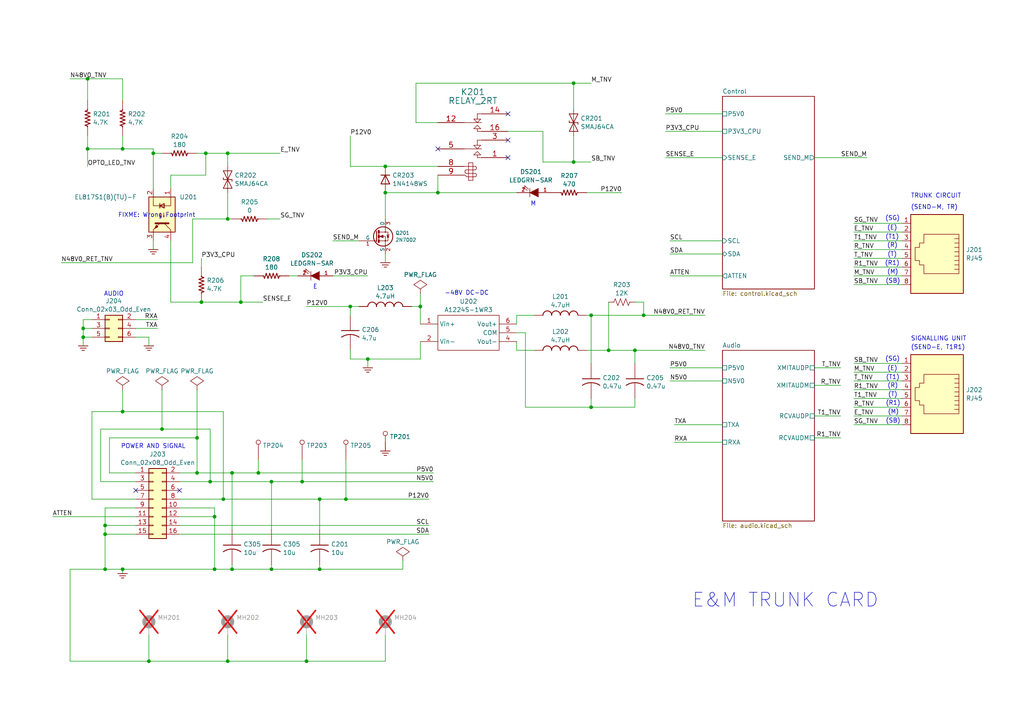
<source format=kicad_sch>
(kicad_sch (version 20231120) (generator "eeschema") (generator_version "8.0")
  (paper "A4")
  (title_block (date "2024-03-23") (rev "A"))
  (lib_symbols
    (symbol "Connector:8P8C" (pin_names (offset 1.016))
      (property "Reference" "J" (at -5.08 13.97 0))
      (property "Value" "8P8C" (at 2.54 13.97 0))
      (symbol "8P8C_1_1"
        (pin passive line (at 10.16 -7.62 180) (length 2.54) (name "~") (number "1"))
        (pin passive line (at 10.16 -5.08 180) (length 2.54) (name "~") (number "2"))
        (pin passive line (at 10.16 -2.54 180) (length 2.54) (name "~") (number "3"))
        (pin passive line (at 10.16 0 180) (length 2.54) (name "~") (number "4"))
        (pin passive line (at 10.16 2.54 180) (length 2.54) (name "~") (number "5"))
        (pin passive line (at 10.16 5.08 180) (length 2.54) (name "~") (number "6"))
        (pin passive line (at 10.16 7.62 180) (length 2.54) (name "~") (number "7"))
        (pin passive line (at 10.16 10.16 180) (length 2.54) (name "~") (number "8"))
      )
    )
    (symbol "Connector_Generic:Conn_02x03_Odd_Even" (pin_names (offset 1.016) hide)
      (property "Reference" "J" (at 1.27 5.08 0))
      (property "Value" "Conn_02x03_Odd_Even" (at 1.27 -5.08 0))
      (symbol "Conn_02x03_Odd_Even_1_1"
        (pin passive line (at -5.08 2.54 0) (length 3.81) (name "Pin_1") (number "1"))
        (pin passive line (at 7.62 2.54 180) (length 3.81) (name "Pin_2") (number "2"))
        (pin passive line (at -5.08 0 0) (length 3.81) (name "Pin_3") (number "3"))
        (pin passive line (at 7.62 0 180) (length 3.81) (name "Pin_4") (number "4"))
        (pin passive line (at -5.08 -2.54 0) (length 3.81) (name "Pin_5") (number "5"))
        (pin passive line (at 7.62 -2.54 180) (length 3.81) (name "Pin_6") (number "6"))
      )
    )
    (symbol "Connector_Generic:Conn_02x08_Odd_Even" (pin_names (offset 1.016) hide)
      (property "Reference" "J" (at 1.27 10.16 0))
      (property "Value" "Conn_02x08_Odd_Even" (at 1.27 -12.7 0))
      (symbol "Conn_02x08_Odd_Even_1_1"
        (pin passive line (at -5.08 7.62 0) (length 3.81) (name "Pin_1") (number "1"))
        (pin passive line (at 7.62 -2.54 180) (length 3.81) (name "Pin_10") (number "10"))
        (pin passive line (at -5.08 -5.08 0) (length 3.81) (name "Pin_11") (number "11"))
        (pin passive line (at 7.62 -5.08 180) (length 3.81) (name "Pin_12") (number "12"))
        (pin passive line (at -5.08 -7.62 0) (length 3.81) (name "Pin_13") (number "13"))
        (pin passive line (at 7.62 -7.62 180) (length 3.81) (name "Pin_14") (number "14"))
        (pin passive line (at -5.08 -10.16 0) (length 3.81) (name "Pin_15") (number "15"))
        (pin passive line (at 7.62 -10.16 180) (length 3.81) (name "Pin_16") (number "16"))
        (pin passive line (at 7.62 7.62 180) (length 3.81) (name "Pin_2") (number "2"))
        (pin passive line (at -5.08 5.08 0) (length 3.81) (name "Pin_3") (number "3"))
        (pin passive line (at 7.62 5.08 180) (length 3.81) (name "Pin_4") (number "4"))
        (pin passive line (at -5.08 2.54 0) (length 3.81) (name "Pin_5") (number "5"))
        (pin passive line (at 7.62 2.54 180) (length 3.81) (name "Pin_6") (number "6"))
        (pin passive line (at -5.08 0 0) (length 3.81) (name "Pin_7") (number "7"))
        (pin passive line (at 7.62 0 180) (length 3.81) (name "Pin_8") (number "8"))
        (pin passive line (at -5.08 -2.54 0) (length 3.81) (name "Pin_9") (number "9"))
      )
    )
    (symbol "Device:R_US" (pin_numbers hide) (pin_names (offset 0))
      (property "Reference" "R" (at 2.54 0 90))
      (property "Value" "R_US" (at -2.54 0 90))
      (symbol "R_US_1_1"
        (pin passive line (at 0 3.81 270) (length 1.27) (name "~") (number "1"))
        (pin passive line (at 0 -3.81 90) (length 1.27) (name "~") (number "2"))
      )
    )
    (symbol "Diode:1N4148WS" (pin_numbers hide) (pin_names hide)
      (property "Reference" "D" (at 0 2.54 0))
      (property "Value" "1N4148WS" (at 0 -2.54 0))
      (symbol "1N4148WS_1_1"
        (pin passive line (at -3.81 0 0) (length 2.54) (name "K") (number "1"))
        (pin passive line (at 3.81 0 180) (length 2.54) (name "A") (number "2"))
      )
    )
    (symbol "Diode:SMAJ64CA" (pin_numbers hide) (pin_names (offset 1.016) hide)
      (property "Reference" "D" (at 0 2.54 0))
      (property "Value" "SMAJ64CA" (at 0 -2.54 0))
      (symbol "SMAJ64CA_1_1"
        (pin passive line (at -3.81 0 0) (length 2.54) (name "A1") (number "1"))
        (pin passive line (at 3.81 0 180) (length 2.54) (name "A2") (number "2"))
      )
    )
    (symbol "Isolator:EL817" (pin_names (offset 1.016))
      (property "Reference" "U" (at -5.08 5.08 0))
      (property "Value" "EL817" (at 0 5.08 0))
      (symbol "EL817_1_1"
        (pin passive line (at -7.62 2.54 0) (length 2.54) (name "~") (number "1"))
        (pin passive line (at -7.62 -2.54 0) (length 2.54) (name "~") (number "2"))
        (pin passive line (at 7.62 -2.54 180) (length 2.54) (name "~") (number "3"))
        (pin passive line (at 7.62 2.54 180) (length 2.54) (name "~") (number "4"))
      )
    )
    (symbol "Mechanical:MountingHole_Pad" (pin_numbers hide) (pin_names (offset 1.016) hide)
      (property "Reference" "H" (at 0 6.35 0))
      (property "Value" "MountingHole_Pad" (at 0 4.445 0))
      (symbol "MountingHole_Pad_1_1"
        (pin input line (at 0 -2.54 90) (length 2.54) (name "1") (number "1"))
      )
    )
    (symbol "custom:2N7002" (pin_names (offset 0))
      (property "Reference" "Q" (at 0 -3.7846 0))
      (property "Value" "2N7002" (at 0 3.81 0))
      (symbol "2N7002_1_1"
        (pin passive line (at -5.08 -1.27 0) (length 5.08) (name "G") (number "1"))
        (pin passive line (at 2.54 -5.08 90) (length 2.54) (name "S") (number "2"))
        (pin passive line (at 2.54 5.08 270) (length 2.54) (name "D") (number "3"))
      )
    )
    (symbol "custom:A1224S-1WR3"
      (property "Reference" "U" (at 0 8.128 0))
      (property "Value" "A1224S-1WR3" (at -0.254 6.096 0))
      (symbol "A1224S-1WR3_1_1"
        (pin power_in line (at -13.97 2.54 0) (length 5.08) (name "Vin+") (number "1"))
        (pin power_in line (at -13.97 -2.54 0) (length 5.08) (name "Vin-") (number "2"))
        (pin power_out line (at 13.97 -2.54 180) (length 5.08) (name "Vout-") (number "4"))
        (pin power_out line (at 13.97 0 180) (length 5.08) (name "COM") (number "5"))
        (pin power_out line (at 13.97 2.54 180) (length 5.08) (name "Vout+") (number "6"))
      )
    )
    (symbol "custom:C_US_0603_100NF_HS_800063-104" (pin_numbers hide) (pin_names (offset 0.254) hide)
      (property "Reference" "C" (at 1.27 2.54 0))
      (property "Value" "C_US_0603_100NF_HS_800063-104" (at 1.27 -2.54 0))
      (symbol "C_US_0603_100NF_HS_800063-104_1_1"
        (pin passive line (at 0 5.08 270) (length 4.445) (name "~") (number "1"))
        (pin passive line (at 0 -5.08 90) (length 4.445) (name "~") (number "2"))
      )
    )
    (symbol "custom:GND" (power) (pin_names (offset 0))
      (symbol "GND_1_1"
        (pin power_in line (at 0 0 90) (length 0) hide (name "GND") (number "1"))
      )
    )
    (symbol "custom:LEDGRN-SAR" (pin_names (offset 1.016) hide)
      (property "Reference" "DS" (at 0 2.54 0))
      (property "Value" "LEDGRN-SAR" (at 0 -2.54 0))
      (symbol "LEDGRN-SAR_1_1"
        (pin passive line (at -5.08 0 0) (length 3.81) (name "A") (number "1"))
        (pin passive line (at 5.08 0 180) (length 3.81) (name "K") (number "2"))
      )
    )
    (symbol "custom:L_US" (pin_numbers hide) (pin_names (offset 1.016) hide)
      (property "Reference" "L" (at -1.27 0 90))
      (property "Value" "L_US" (at 2.54 0 90))
      (symbol "L_US_1_1"
        (pin passive line (at 0 7.62 270) (length 2.54) (name "1") (number "1"))
        (pin passive line (at 0 -7.62 90) (length 2.54) (name "2") (number "2"))
      )
    )
    (symbol "custom:PWR_FLAG" (power) (pin_numbers hide) (pin_names (offset 0) hide)
      (property "Value" "PWR_FLAG" (at 0 4.572 0))
      (symbol "PWR_FLAG_0_0"
        (pin power_out line (at 0 0 90) (length 0) (name "pwr") (number "1"))
      )
    )
    (symbol "custom:RELAY_2RT" (pin_names (offset 1.016) hide)
      (property "Reference" "K" (at -1.27 10.16 0))
      (property "Value" "RELAY_2RT" (at 3.81 -12.7 0))
      (symbol "RELAY_2RT_1_1"
        (pin passive line (at 10.16 -3.81 180) (length 7.62) (name "T1") (number "1"))
        (pin passive line (at -10.16 6.35 0) (length 7.62) (name "C2") (number "12"))
        (pin passive line (at 10.16 8.89 180) (length 7.62) (name "R2") (number "14"))
        (pin passive line (at 10.16 3.81 180) (length 7.62) (name "T2") (number "16"))
        (pin passive line (at 10.16 1.27 180) (length 7.62) (name "R1") (number "3"))
        (pin passive line (at -10.16 -1.27 0) (length 7.62) (name "C1") (number "5"))
        (pin input line (at -10.16 -6.35 0) (length 7.62) (name "8") (number "8"))
        (pin input line (at -10.16 -8.89 0) (length 7.62) (name "9") (number "9"))
      )
    )
    (symbol "custom:R_US" (pin_numbers hide) (pin_names (offset 1.016) hide)
      (property "Reference" "R" (at 2.032 0 90))
      (property "Value" "R_US" (at -2.032 0 90))
      (symbol "R_US_1_1"
        (pin passive line (at 0 5.08 270) (length 2.54) (name "~") (number "1"))
        (pin passive line (at 0 -5.08 90) (length 2.54) (name "~") (number "2"))
      )
    )
    (symbol "custom:TESTPINTPSQ025" (pin_numbers hide) (pin_names (offset 1.016) hide)
      (property "Reference" "TP" (at -1.27 1.27 0))
      (symbol "TESTPINTPSQ025_1_1"
        (pin passive line (at 0 -5.08 90) (length 2.54) (name "TP") (number "1"))
      )
    )
  )
  (junction (at 176.53 101.6))
  (junction (at 66.04 191.77))
  (junction (at 25.4 43.18))
  (junction (at 100.33 144.78))
  (junction (at 66.04 63.5))
  (junction (at 111.76 55.88))
  (junction (at 101.6 88.9))
  (junction (at 59.69 44.45))
  (junction (at 57.15 137.16))
  (junction (at 106.68 104.14))
  (junction (at 78.74 139.7))
  (junction (at 74.93 137.16))
  (junction (at 69.85 87.63))
  (junction (at 92.71 144.78))
  (junction (at 62.23 149.86))
  (junction (at 25.4 22.86))
  (junction (at 67.31 165.1))
  (junction (at 30.48 152.4))
  (junction (at 87.63 139.7))
  (junction (at 78.74 165.1))
  (junction (at 24.13 97.79))
  (junction (at 35.56 43.18))
  (junction (at 66.04 44.45))
  (junction (at 166.37 46.99))
  (junction (at 171.45 118.11))
  (junction (at 166.37 24.13))
  (junction (at 58.42 87.63))
  (junction (at 46.99 124.46))
  (junction (at 24.13 95.25))
  (junction (at 121.92 88.9))
  (junction (at 127 55.88))
  (junction (at 44.45 44.45))
  (junction (at 57.15 127))
  (junction (at 30.48 154.94))
  (junction (at 64.77 144.78))
  (junction (at 111.76 48.26))
  (junction (at 62.23 165.1))
  (junction (at 60.96 139.7))
  (junction (at 43.18 191.77))
  (junction (at 30.48 165.1))
  (junction (at 171.45 91.44))
  (junction (at 67.31 137.16))
  (junction (at 184.15 101.6))
  (junction (at 186.69 91.44))
  (junction (at 92.71 165.1))
  (junction (at 35.56 165.1))
  (junction (at 88.9 191.77))
  (junction (at 35.56 119.38))
  (no_connect (at 52.07 142.24))
  (no_connect (at 39.37 142.24))
  (no_connect (at 147.32 40.64))
  (no_connect (at 147.32 45.72))
  (no_connect (at 127 43.18))
  (no_connect (at 147.32 33.02))
  (wire (pts (xy 111.76 191.77) (xy 88.9 191.77)))
  (wire (pts (xy 43.18 184.15) (xy 43.18 191.77)))
  (wire (pts (xy 166.37 24.13) (xy 171.45 24.13)))
  (wire (pts (xy 184.15 115.57) (xy 184.15 118.11)))
  (wire (pts (xy 88.9 184.15) (xy 88.9 191.77)))
  (wire (pts (xy 157.48 46.99) (xy 166.37 46.99)))
  (wire (pts (xy 30.48 147.32) (xy 30.48 152.4)))
  (wire (pts (xy 66.04 55.88) (xy 66.04 63.5)))
  (wire (pts (xy 111.76 55.88) (xy 127 55.88)))
  (wire (pts (xy 26.67 119.38) (xy 35.56 119.38)))
  (wire (pts (xy 55.88 63.5) (xy 55.88 76.2)))
  (wire (pts (xy 194.31 73.66) (xy 209.55 73.66)))
  (wire (pts (xy 52.07 144.78) (xy 64.77 144.78)))
  (wire (pts (xy 247.65 82.55) (xy 261.62 82.55)))
  (wire (pts (xy 58.42 87.63) (xy 69.85 87.63)))
  (wire (pts (xy 247.65 115.57) (xy 261.62 115.57)))
  (wire (pts (xy 116.84 165.1) (xy 92.71 165.1)))
  (wire (pts (xy 35.56 22.86) (xy 35.56 29.21)))
  (wire (pts (xy 116.84 162.56) (xy 116.84 165.1)))
  (wire (pts (xy 52.07 149.86) (xy 62.23 149.86)))
  (wire (pts (xy 31.75 137.16) (xy 39.37 137.16)))
  (wire (pts (xy 57.15 127) (xy 31.75 127)))
  (wire (pts (xy 69.85 80.01) (xy 69.85 87.63)))
  (wire (pts (xy 86.36 80.01) (xy 83.82 80.01)))
  (wire (pts (xy 121.92 99.06) (xy 121.92 104.14)))
  (wire (pts (xy 62.23 149.86) (xy 62.23 165.1)))
  (wire (pts (xy 186.69 87.63) (xy 186.69 91.44)))
  (wire (pts (xy 127 55.88) (xy 149.86 55.88)))
  (wire (pts (xy 127 35.56) (xy 120.65 35.56)))
  (wire (pts (xy 247.65 118.11) (xy 261.62 118.11)))
  (wire (pts (xy 247.65 107.95) (xy 261.62 107.95)))
  (wire (pts (xy 247.65 113.03) (xy 261.62 113.03)))
  (wire (pts (xy 88.9 88.9) (xy 101.6 88.9)))
  (wire (pts (xy 184.15 101.6) (xy 204.47 101.6)))
  (wire (pts (xy 39.37 147.32) (xy 30.48 147.32)))
  (wire (pts (xy 67.31 137.16) (xy 74.93 137.16)))
  (wire (pts (xy 101.6 101.6) (xy 101.6 104.14)))
  (wire (pts (xy 25.4 43.18) (xy 25.4 39.37)))
  (wire (pts (xy 43.18 191.77) (xy 20.32 191.77)))
  (wire (pts (xy 57.15 137.16) (xy 57.15 127)))
  (wire (pts (xy 66.04 184.15) (xy 66.04 191.77)))
  (wire (pts (xy 121.92 104.14) (xy 106.68 104.14)))
  (wire (pts (xy 39.37 97.79) (xy 43.18 97.79)))
  (wire (pts (xy 247.65 64.77) (xy 261.62 64.77)))
  (wire (pts (xy 39.37 95.25) (xy 45.72 95.25)))
  (wire (pts (xy 30.48 154.94) (xy 39.37 154.94)))
  (wire (pts (xy 152.4 96.52) (xy 152.4 118.11)))
  (wire (pts (xy 44.45 43.18) (xy 44.45 44.45)))
  (wire (pts (xy 149.86 99.06) (xy 149.86 101.6)))
  (wire (pts (xy 106.68 104.14) (xy 101.6 104.14)))
  (wire (pts (xy 49.53 50.8) (xy 49.53 54.61)))
  (wire (pts (xy 96.52 80.01) (xy 106.68 80.01)))
  (wire (pts (xy 67.31 153.67) (xy 67.31 137.16)))
  (wire (pts (xy 46.99 113.03) (xy 46.99 124.46)))
  (wire (pts (xy 15.24 149.86) (xy 39.37 149.86)))
  (wire (pts (xy 35.56 43.18) (xy 25.4 43.18)))
  (wire (pts (xy 111.76 73.66) (xy 111.76 76.2)))
  (wire (pts (xy 166.37 46.99) (xy 171.45 46.99)))
  (wire (pts (xy 44.45 44.45) (xy 46.99 44.45)))
  (wire (pts (xy 67.31 163.83) (xy 67.31 165.1)))
  (wire (pts (xy 92.71 165.1) (xy 78.74 165.1)))
  (wire (pts (xy 59.69 50.8) (xy 49.53 50.8)))
  (wire (pts (xy 57.15 137.16) (xy 52.07 137.16)))
  (wire (pts (xy 194.31 80.01) (xy 209.55 80.01)))
  (wire (pts (xy 30.48 154.94) (xy 30.48 165.1)))
  (wire (pts (xy 64.77 119.38) (xy 64.77 144.78)))
  (wire (pts (xy 30.48 165.1) (xy 35.56 165.1)))
  (wire (pts (xy 52.07 154.94) (xy 124.46 154.94)))
  (wire (pts (xy 49.53 69.85) (xy 49.53 87.63)))
  (wire (pts (xy 119.38 88.9) (xy 121.92 88.9)))
  (wire (pts (xy 194.31 69.85) (xy 209.55 69.85)))
  (wire (pts (xy 236.22 127) (xy 243.84 127)))
  (wire (pts (xy 149.86 91.44) (xy 154.94 91.44)))
  (wire (pts (xy 30.48 152.4) (xy 30.48 154.94)))
  (wire (pts (xy 247.65 123.19) (xy 261.62 123.19)))
  (wire (pts (xy 100.33 144.78) (xy 124.46 144.78)))
  (wire (pts (xy 171.45 91.44) (xy 186.69 91.44)))
  (wire (pts (xy 170.18 55.88) (xy 180.34 55.88)))
  (wire (pts (xy 52.07 152.4) (xy 124.46 152.4)))
  (wire (pts (xy 66.04 44.45) (xy 81.28 44.45)))
  (wire (pts (xy 171.45 115.57) (xy 171.45 118.11)))
  (wire (pts (xy 176.53 101.6) (xy 184.15 101.6)))
  (wire (pts (xy 193.04 33.02) (xy 209.55 33.02)))
  (wire (pts (xy 66.04 191.77) (xy 43.18 191.77)))
  (wire (pts (xy 170.18 101.6) (xy 176.53 101.6)))
  (wire (pts (xy 166.37 39.37) (xy 166.37 46.99)))
  (wire (pts (xy 111.76 48.26) (xy 127 48.26)))
  (wire (pts (xy 236.22 45.72) (xy 251.46 45.72)))
  (wire (pts (xy 26.67 92.71) (xy 24.13 92.71)))
  (wire (pts (xy 92.71 144.78) (xy 92.71 153.67)))
  (wire (pts (xy 195.58 123.19) (xy 209.55 123.19)))
  (wire (pts (xy 78.74 139.7) (xy 60.96 139.7)))
  (wire (pts (xy 186.69 91.44) (xy 204.47 91.44)))
  (wire (pts (xy 127 50.8) (xy 127 55.88)))
  (wire (pts (xy 120.65 35.56) (xy 120.65 24.13)))
  (wire (pts (xy 236.22 111.76) (xy 243.84 111.76)))
  (wire (pts (xy 49.53 87.63) (xy 58.42 87.63)))
  (wire (pts (xy 87.63 133.35) (xy 87.63 139.7)))
  (wire (pts (xy 157.48 38.1) (xy 157.48 46.99)))
  (wire (pts (xy 62.23 147.32) (xy 62.23 149.86)))
  (wire (pts (xy 100.33 133.35) (xy 100.33 144.78)))
  (wire (pts (xy 111.76 48.26) (xy 101.6 48.26)))
  (wire (pts (xy 77.47 63.5) (xy 81.28 63.5)))
  (wire (pts (xy 60.96 139.7) (xy 60.96 124.46)))
  (wire (pts (xy 74.93 133.35) (xy 74.93 137.16)))
  (wire (pts (xy 236.22 120.65) (xy 243.84 120.65)))
  (wire (pts (xy 44.45 43.18) (xy 35.56 43.18)))
  (wire (pts (xy 57.15 44.45) (xy 59.69 44.45)))
  (wire (pts (xy 26.67 144.78) (xy 26.67 119.38)))
  (wire (pts (xy 121.92 88.9) (xy 121.92 93.98)))
  (wire (pts (xy 96.52 69.85) (xy 104.14 69.85)))
  (wire (pts (xy 35.56 113.03) (xy 35.56 119.38)))
  (wire (pts (xy 35.56 165.1) (xy 35.56 166.37)))
  (wire (pts (xy 39.37 92.71) (xy 45.72 92.71)))
  (wire (pts (xy 25.4 22.86) (xy 35.56 22.86)))
  (wire (pts (xy 236.22 106.68) (xy 243.84 106.68)))
  (wire (pts (xy 20.32 191.77) (xy 20.32 165.1)))
  (wire (pts (xy 184.15 87.63) (xy 186.69 87.63)))
  (wire (pts (xy 176.53 87.63) (xy 176.53 101.6)))
  (wire (pts (xy 247.65 80.01) (xy 261.62 80.01)))
  (wire (pts (xy 30.48 152.4) (xy 39.37 152.4)))
  (wire (pts (xy 29.21 124.46) (xy 29.21 139.7)))
  (wire (pts (xy 193.04 45.72) (xy 209.55 45.72)))
  (wire (pts (xy 59.69 44.45) (xy 59.69 50.8)))
  (wire (pts (xy 87.63 139.7) (xy 125.73 139.7)))
  (wire (pts (xy 73.66 80.01) (xy 69.85 80.01)))
  (wire (pts (xy 24.13 97.79) (xy 26.67 97.79)))
  (wire (pts (xy 66.04 63.5) (xy 55.88 63.5)))
  (wire (pts (xy 35.56 119.38) (xy 64.77 119.38)))
  (wire (pts (xy 69.85 87.63) (xy 76.2 87.63)))
  (wire (pts (xy 25.4 43.18) (xy 25.4 48.26)))
  (wire (pts (xy 31.75 127) (xy 31.75 137.16)))
  (wire (pts (xy 58.42 74.93) (xy 58.42 77.47)))
  (wire (pts (xy 120.65 24.13) (xy 166.37 24.13)))
  (wire (pts (xy 67.31 165.1) (xy 78.74 165.1)))
  (wire (pts (xy 101.6 39.37) (xy 101.6 48.26)))
  (wire (pts (xy 149.86 96.52) (xy 152.4 96.52)))
  (wire (pts (xy 57.15 113.03) (xy 57.15 127)))
  (wire (pts (xy 170.18 91.44) (xy 171.45 91.44)))
  (wire (pts (xy 60.96 124.46) (xy 46.99 124.46)))
  (wire (pts (xy 20.32 165.1) (xy 30.48 165.1)))
  (wire (pts (xy 66.04 63.5) (xy 67.31 63.5)))
  (wire (pts (xy 166.37 24.13) (xy 166.37 31.75)))
  (wire (pts (xy 106.68 104.14) (xy 106.68 106.68)))
  (wire (pts (xy 25.4 22.86) (xy 25.4 29.21)))
  (wire (pts (xy 111.76 55.88) (xy 111.76 63.5)))
  (wire (pts (xy 64.77 144.78) (xy 92.71 144.78)))
  (wire (pts (xy 247.65 69.85) (xy 261.62 69.85)))
  (wire (pts (xy 24.13 92.71) (xy 24.13 95.25)))
  (wire (pts (xy 78.74 153.67) (xy 78.74 139.7)))
  (wire (pts (xy 52.07 147.32) (xy 62.23 147.32)))
  (wire (pts (xy 74.93 137.16) (xy 125.73 137.16)))
  (wire (pts (xy 24.13 95.25) (xy 24.13 97.79)))
  (wire (pts (xy 247.65 105.41) (xy 261.62 105.41)))
  (wire (pts (xy 247.65 77.47) (xy 261.62 77.47)))
  (wire (pts (xy 67.31 137.16) (xy 57.15 137.16)))
  (wire (pts (xy 24.13 97.79) (xy 24.13 100.33)))
  (wire (pts (xy 247.65 72.39) (xy 261.62 72.39)))
  (wire (pts (xy 39.37 144.78) (xy 26.67 144.78)))
  (wire (pts (xy 171.45 118.11) (xy 184.15 118.11)))
  (wire (pts (xy 247.65 74.93) (xy 261.62 74.93)))
  (wire (pts (xy 247.65 110.49) (xy 261.62 110.49)))
  (wire (pts (xy 60.96 139.7) (xy 52.07 139.7)))
  (wire (pts (xy 44.45 69.85) (xy 44.45 72.39)))
  (wire (pts (xy 20.32 22.86) (xy 25.4 22.86)))
  (wire (pts (xy 101.6 88.9) (xy 104.14 88.9)))
  (wire (pts (xy 193.04 38.1) (xy 209.55 38.1)))
  (wire (pts (xy 194.31 110.49) (xy 209.55 110.49)))
  (wire (pts (xy 149.86 101.6) (xy 154.94 101.6)))
  (wire (pts (xy 194.31 106.68) (xy 209.55 106.68)))
  (wire (pts (xy 92.71 144.78) (xy 100.33 144.78)))
  (wire (pts (xy 247.65 67.31) (xy 261.62 67.31)))
  (wire (pts (xy 35.56 39.37) (xy 35.56 43.18)))
  (wire (pts (xy 59.69 44.45) (xy 66.04 44.45)))
  (wire (pts (xy 88.9 191.77) (xy 66.04 191.77)))
  (wire (pts (xy 171.45 91.44) (xy 171.45 105.41)))
  (wire (pts (xy 184.15 101.6) (xy 184.15 105.41)))
  (wire (pts (xy 121.92 85.09) (xy 121.92 88.9)))
  (wire (pts (xy 24.13 95.25) (xy 26.67 95.25)))
  (wire (pts (xy 44.45 44.45) (xy 44.45 54.61)))
  (wire (pts (xy 195.58 128.27) (xy 209.55 128.27)))
  (wire (pts (xy 111.76 184.15) (xy 111.76 191.77)))
  (wire (pts (xy 152.4 118.11) (xy 171.45 118.11)))
  (wire (pts (xy 35.56 165.1) (xy 62.23 165.1)))
  (wire (pts (xy 66.04 44.45) (xy 66.04 48.26)))
  (wire (pts (xy 92.71 163.83) (xy 92.71 165.1)))
  (wire (pts (xy 46.99 124.46) (xy 29.21 124.46)))
  (wire (pts (xy 43.18 97.79) (xy 43.18 100.33)))
  (wire (pts (xy 29.21 139.7) (xy 39.37 139.7)))
  (wire (pts (xy 147.32 38.1) (xy 157.48 38.1)))
  (wire (pts (xy 17.78 76.2) (xy 55.88 76.2)))
  (wire (pts (xy 247.65 120.65) (xy 261.62 120.65)))
  (wire (pts (xy 149.86 93.98) (xy 149.86 91.44)))
  (wire (pts (xy 101.6 91.44) (xy 101.6 88.9)))
  (wire (pts (xy 78.74 139.7) (xy 87.63 139.7)))
  (wire (pts (xy 62.23 165.1) (xy 67.31 165.1)))
  (wire (pts (xy 78.74 165.1) (xy 78.74 163.83)))
  (text "SIGNALLING UNIT\n" (at 264.16 99.06 0) (effects (font (size 1.27 1.27)) (justify left bottom)))
  (text "(M)" (at 257.4544 120.2944 0) (effects (font (size 1.27 1.27)) (justify left bottom)))
  (text "(SG)" (at 256.6924 64.1604 0) (effects (font (size 1.27 1.27)) (justify left bottom)))
  (text "AUDIO" (at 33.02 85.344 0) (effects (font (size 1.27 1.27))))
  (text "-48V DC-DC" (at 135.382 85.09 0) (effects (font (size 1.27 1.27))))
  (text "M" (at 154.686 59.182 0) (effects (font (size 1.27 1.27))))
  (text "(T1)" (at 256.8956 110.2868 0) (effects (font (size 1.27 1.27)) (justify left bottom)))
  (text "(R1)" (at 256.5908 77.1652 0) (effects (font (size 1.27 1.27)) (justify left bottom)))
  (text "FIXME: Wrong Footprint" (at 45.466 62.484 0) (effects (font (size 1.27 1.27))))
  (text "(SEND-E, T1R1)" (at 264.16 101.6 0) (effects (font (size 1.27 1.27)) (justify left bottom)))
  (text "(T)" (at 257.3528 74.6252 0) (effects (font (size 1.27 1.27)) (justify left bottom)))
  (text "(SB)" (at 256.794 82.3468 0) (effects (font (size 1.27 1.27)) (justify left bottom)))
  (text "(SG)" (at 256.6924 104.9528 0) (effects (font (size 1.27 1.27)) (justify left bottom)))
  (text "(T)" (at 257.5052 115.2652 0) (effects (font (size 1.27 1.27)) (justify left bottom)))
  (text "(R)" (at 257.2512 71.9836 0) (effects (font (size 1.27 1.27)) (justify left bottom)))
  (text "(R1)" (at 256.8448 117.7544 0) (effects (font (size 1.27 1.27)) (justify left bottom)))
  (text "(SEND-M, TR)\n" (at 264.16 60.96 0) (effects (font (size 1.27 1.27)) (justify left bottom)))
  (text "E" (at 91.44 83.312 0) (effects (font (size 1.27 1.27))))
  (text "(SB)" (at 256.8448 122.8852 0) (effects (font (size 1.27 1.27)) (justify left bottom)))
  (text "(R)" (at 257.3528 112.6744 0) (effects (font (size 1.27 1.27)) (justify left bottom)))
  (text "POWER AND SIGNAL" (at 44.45 129.54 0) (effects (font (size 1.27 1.27))))
  (text "E&M TRUNK CARD" (at 200.66 176.53 0) (effects (font (size 4 4)) (justify left bottom)))
  (text "(M)" (at 257.2512 79.7052 0) (effects (font (size 1.27 1.27)) (justify left bottom)))
  (text "(E)" (at 257.2512 66.9036 0) (effects (font (size 1.27 1.27)) (justify left bottom)))
  (text "TRUNK CIRCUIT\n\n" (at 264.16 59.69 0) (effects (font (size 1.27 1.27)) (justify left bottom)))
  (text "(T1)" (at 256.7432 69.5452 0) (effects (font (size 1.27 1.27)) (justify left bottom)))
  (text "(E)" (at 257.302 107.696 0) (effects (font (size 1.27 1.27)) (justify left bottom)))
  (label "P5V0" (at 194.31 106.68 0))
  (label "SEND_M" (at 96.52 69.85 0))
  (label "P12V0" (at 180.34 55.88 180))
  (label "SB_TNV" (at 171.45 46.99 0))
  (label "SDA" (at 124.46 154.94 180))
  (label "R1_TNV" (at 243.84 127 180))
  (label "SENSE_E" (at 193.04 45.72 0))
  (label "T1_TNV" (at 247.65 69.85 0))
  (label "RXA" (at 195.58 128.27 0))
  (label "SB_TNV" (at 247.65 82.55 0))
  (label "SG_TNV" (at 247.65 123.19 0))
  (label "E_TNV" (at 81.28 44.45 0))
  (label "ATTEN" (at 194.31 80.01 0))
  (label "P5V0" (at 125.73 137.16 180))
  (label "E_TNV" (at 247.65 120.65 0))
  (label "P3V3_CPU" (at 58.42 74.93 0))
  (label "R_TNV" (at 247.65 72.39 0))
  (label "SDA" (at 194.31 73.66 0))
  (label "R1_TNV" (at 247.65 113.03 0))
  (label "T1_TNV" (at 247.65 115.57 0))
  (label "TXA" (at 195.58 123.19 0))
  (label "M_TNV" (at 247.65 80.01 0))
  (label "TXA" (at 45.72 95.25 180))
  (label "SB_TNV" (at 247.65 105.41 0))
  (label "R1_TNV" (at 247.65 77.47 0))
  (label "T_TNV" (at 247.65 74.93 0))
  (label "P3V3_CPU" (at 106.68 80.01 180))
  (label "T1_TNV" (at 243.84 120.65 180))
  (label "SG_TNV" (at 81.28 63.5 0))
  (label "N5V0" (at 125.73 139.7 180))
  (label "N48V0_TNV" (at 204.47 101.6 180))
  (label "OPTO_LED_TNV" (at 25.4 48.26 0))
  (label "P12V0" (at 124.46 144.78 180))
  (label "SENSE_E" (at 76.2 87.63 0))
  (label "M_TNV" (at 171.45 24.13 0))
  (label "T_TNV" (at 243.84 106.68 180))
  (label "RXA" (at 45.72 92.71 180))
  (label "SCL" (at 194.31 69.85 0))
  (label "SCL" (at 124.46 152.4 180))
  (label "N48V0_RET_TNV" (at 204.47 91.44 180))
  (label "N5V0" (at 194.31 110.49 0))
  (label "N48V0_RET_TNV" (at 17.78 76.2 0))
  (label "P3V3_CPU" (at 193.04 38.1 0))
  (label "R_TNV" (at 247.65 118.11 0))
  (label "M_TNV" (at 247.65 107.95 0))
  (label "E_TNV" (at 247.65 67.31 0))
  (label "N48V0_TNV" (at 20.32 22.86 0))
  (label "SEND_M" (at 251.46 45.72 180))
  (label "ATTEN" (at 15.24 149.86 0))
  (label "SG_TNV" (at 247.65 64.77 0))
  (label "P5V0" (at 193.04 33.02 0))
  (label "R_TNV" (at 243.84 111.76 180))
  (label "P12V0" (at 88.9 88.9 0))
  (label "P12V0" (at 101.6 39.37 0))
  (label "T_TNV" (at 247.65 110.49 0))
  (symbol (lib_id "custom:PWR_FLAG") (at 116.84 162.56 0) (unit 1)
    (property "Reference" "#FLG0204" (effects (hide yes)))
    (property "Value" "PWR_FLAG" (at 116.84 157.1569 0))
  )
  (symbol (lib_id "Connector:8P8C") (at 271.78 72.39 180) (unit 1)
    (property "Reference" "J201" (at 280.162 72.4478 0) (effects (justify right)))
    (property "Value" "RJ45" (at 280.162 74.8721 0) (effects (justify right)))
    (property "Footprint" "mods:CONN_RJ45_HCTL_HC_RJ45_058_1_6" (effects (hide yes)))
    (property "Description" "RJ connector, 8P8C (8 positions 8 connected), RJ31/RJ32/RJ33/RJ34/RJ35/RJ41/RJ45/RJ49/RJ61" (effects (hide yes)))
    (property "PartNumber" "800429-101" (effects (hide yes)))
  )
  (symbol (lib_id "custom:GND") (at 43.18 100.33 0) (unit 1)
    (property "Reference" "#PWR0206" (effects (hide yes)))
    (property "Value" "GND" (effects (hide yes)))
  )
  (symbol (lib_id "custom:L_US") (at 111.76 88.9 90) (unit 1)
    (property "Reference" "L203" (at 111.7473 83.4851 90))
    (property "Value" "4.7uH" (at 111.7473 85.9094 90))
    (property "Footprint" "Inductor_SMD:L_1206_3216Metric" (effects (hide yes)))
    (property "PartNumber" "800441-047" (effects (hide yes)))
  )
  (symbol (lib_id "custom:R_US") (at 72.39 63.5 90) (unit 1)
    (property "Reference" "R205" (at 72.39 58.5937 90))
    (property "Value" "0" (at 72.39 61.0179 90))
    (property "Footprint" "Resistor_SMD:R_0805_2012Metric" (effects (hide yes)))
    (property "PartNumber" "800235-000" (effects (hide yes)))
  )
  (symbol (lib_id "custom:GND") (at 106.68 106.68 0) (unit 1)
    (property "Reference" "#PWR0207" (effects (hide yes)))
    (property "Value" "GND" (effects (hide yes)))
  )
  (symbol (lib_id "custom:2N7002") (at 109.22 68.58 0) (unit 1)
    (property "Reference" "Q201" (at 114.681 67.5723 0) (effects (font (size 1.016 1.016)) (justify left)))
    (property "Value" "2N7002" (at 114.681 69.5877 0) (effects (font (size 1.016 1.016)) (justify left)))
    (property "Footprint" "Package_TO_SOT_SMD:SOT-23" (effects (hide yes)))
    (property "PartNumber" "800346-101" (effects (hide yes)))
  )
  (symbol (lib_id "custom:C_US_0603_100NF_HS_800063-104") (at 101.6 96.52 0) (unit 1)
    (property "Reference" "C206" (at 104.902 95.6254 0) (effects (justify left)))
    (property "Value" "4.7u" (at 104.902 98.0496 0) (effects (justify left)))
    (property "Footprint" "Capacitor_SMD:C_0805_2012Metric" (effects (hide yes)))
    (property "PartNumber" "800003-475" (effects (hide yes)))
  )
  (symbol (lib_id "custom:L_US") (at 162.56 91.44 90) (unit 1)
    (property "Reference" "L201" (at 162.5473 86.0251 90))
    (property "Value" "4.7uH" (at 162.5473 88.4494 90))
    (property "Footprint" "Inductor_SMD:L_1206_3216Metric" (effects (hide yes)))
    (property "PartNumber" "800441-047" (effects (hide yes)))
  )
  (symbol (lib_id "Diode:1N4148WS") (at 111.76 52.07 270) (unit 1)
    (property "Reference" "CR203" (at 113.792 50.8578 90) (effects (justify left)))
    (property "Value" "1N4148WS" (at 113.792 53.2821 90) (effects (justify left)))
    (property "Footprint" "Diode_SMD:D_SOD-323" (effects (hide yes)))
    (property "Datasheet" "https://www.vishay.com/docs/85751/1n4148ws.pdf" (effects (hide yes)))
    (property "Description" "75V 0.15A Fast switching Diode, SOD-323" (effects (hide yes)))
    (property "Sim.Device" "D" (effects (hide yes)))
    (property "Sim.Pins" "1=K 2=A" (effects (hide yes)))
    (property "PartNumber" "800264-102" (effects (hide yes)))
  )
  (symbol (lib_id "Mechanical:MountingHole_Pad") (at 66.04 181.61 0) (unit 1) (dnp yes)
    (property "Reference" "MH202" (at 68.58 179.1278 0) (effects (justify left)))
    (property "Value" "MountingHole_Pad" (effects (hide yes)))
    (property "Footprint" "MountingHole:MountingHole_3.2mm_M3_Pad_Via" (effects (hide yes)))
    (property "Description" "Mounting Hole with connection" (effects (hide yes)))
  )
  (symbol (lib_id "custom:LEDGRN-SAR") (at 91.44 80.01 180) (unit 1)
    (property "Reference" "DS202" (at 90.4875 73.9607 0))
    (property "Value" "LEDGRN-SAR" (at 90.4875 76.3849 0))
    (property "Footprint" "mods:LED0805" (effects (hide yes)))
    (property "PartNumber" "800113-102" (effects (hide yes)))
  )
  (symbol (lib_id "custom:RELAY_2RT") (at 137.16 41.91 0) (unit 1)
    (property "Reference" "K201" (at 137.16 26.67 0) (effects (font (size 1.778 1.778))))
    (property "Value" "RELAY_2RT" (at 137.16 29.21 0) (effects (font (size 1.778 1.778))))
    (property "Footprint" "mods:RELAY-DPDT-HRS2H" (effects (hide yes)))
    (property "PartNumber" "800279-012" (effects (hide yes)))
  )
  (symbol (lib_id "custom:PWR_FLAG") (at 121.92 85.09 0) (unit 1)
    (property "Reference" "#FLG0201" (effects (hide yes)))
    (property "Value" "PWR_FLAG" (at 121.92 79.6869 0))
  )
  (symbol (lib_id "custom:C_US_0603_100NF_HS_800063-104") (at 67.31 158.75 0) (unit 1)
    (property "Reference" "C305" (at 70.612 157.8554 0) (effects (justify left)))
    (property "Value" "10u" (at 70.612 160.2796 0) (effects (justify left)))
    (property "Footprint" "Capacitor_SMD:C_0805_2012Metric" (effects (hide yes)))
    (property "PartNumber" "800003-106" (effects (hide yes)))
    (instances (project "dual-slic-interface" (path "" (reference "C305") (unit 1)) (path "" (reference "C505") (unit 1)) (path "" (reference "C402") (unit 1))) (project "slics" (path "" (reference "C305") (unit 1))) (project "e-and-m-interface" (path "" (reference "C203") (unit 1))))
  )
  (symbol (lib_id "Isolator:EL817") (at 46.99 62.23 270) (unit 1)
    (property "Reference" "U201" (at 52.07 57.15 90) (effects (justify left)))
    (property "Value" "EL817S1(B)(TU)-F" (at 21.59 57.15 90) (effects (justify left)))
    (property "Footprint" "Package_DIP:DIP-4_W7.62mm" (effects (hide yes)))
    (property "Datasheet" "http://www.everlight.com/file/ProductFile/EL817.pdf" (effects (hide yes)))
    (property "Description" "DC Optocoupler, Vce 35V, DIP-4" (effects (hide yes)))
    (property "PartNumber" "800362-101" (effects (hide yes)))
  )
  (symbol (lib_id "custom:R_US") (at 165.1 55.88 90) (unit 1)
    (property "Reference" "R207" (at 165.1 50.9737 90))
    (property "Value" "470" (at 165.1 53.3979 90))
    (property "Footprint" "Resistor_SMD:R_0805_2012Metric" (effects (hide yes)))
    (property "PartNumber" "800235-471" (effects (hide yes)))
  )
  (symbol (lib_id "Connector_Generic:Conn_02x03_Odd_Even") (at 31.75 95.25 0) (unit 1)
    (property "Reference" "J204" (at 33.02 87.2955 0))
    (property "Value" "Conn_02x03_Odd_Even" (at 33.02 89.7198 0))
    (property "Footprint" "Connector_PinHeader_2.54mm:PinHeader_2x03_P2.54mm_Horizontal" (effects (hide yes)))
    (property "Description" "Generic connector, double row, 02x03, odd/even pin numbering scheme (row 1 odd numbers, row 2 even numbers), script generated (kicad-library-utils/schlib/autogen/connector/)" (effects (hide yes)))
    (property "PartNumber" "800425-106" (effects (hide yes)))
  )
  (symbol (lib_id "Diode:SMAJ64CA") (at 66.04 52.07 90) (unit 1)
    (property "Reference" "CR202" (at 68.0466 50.8578 90) (effects (justify right)))
    (property "Value" "SMAJ64CA" (at 68.0466 53.2821 90) (effects (justify right)))
    (property "Footprint" "Diode_SMD:D_SMA" (effects (hide yes)))
    (property "Datasheet" "https://www.littelfuse.com/media?resourcetype=datasheets&itemid=75e32973-b177-4ee3-a0ff-cedaf1abdb93&filename=smaj-datasheet" (effects (hide yes)))
    (property "Description" "400W bidirectional Transient Voltage Suppressor, 64.0Vr, SMA(DO-214AC)" (effects (hide yes)))
    (property "PartNumber" "800335-064" (effects (hide yes)))
  )
  (symbol (lib_id "custom:R_US") (at 58.42 82.55 180) (unit 1)
    (property "Reference" "R206" (at 59.944 81.3379 0) (effects (justify right)))
    (property "Value" "4.7K" (at 59.944 83.7621 0) (effects (justify right)))
    (property "Footprint" "Resistor_SMD:R_0603_1608Metric" (effects (hide yes)))
    (property "PartNumber" "800022-470" (effects (hide yes)))
  )
  (symbol (lib_id "custom:R_US") (at 25.4 34.29 0) (unit 1)
    (property "Reference" "R201" (at 26.924 33.0779 0) (effects (justify left)))
    (property "Value" "4.7K" (at 26.924 35.5021 0) (effects (justify left)))
    (property "Footprint" "Resistor_SMD:R_2512_6332Metric" (effects (hide yes)))
    (property "PartNumber" "800248-472" (effects (hide yes)))
  )
  (symbol (lib_id "Device:R_US") (at 180.34 87.63 90) (unit 1)
    (property "Reference" "R203" (at 180.34 82.5965 90))
    (property "Value" "12K" (at 180.34 85.0208 90))
    (property "Footprint" "Resistor_SMD:R_1206_3216Metric" (effects (hide yes)))
    (property "Description" "Resistor, US symbol" (effects (hide yes)))
    (property "PartNumber" "800057-123" (effects (hide yes)))
  )
  (symbol (lib_id "Mechanical:MountingHole_Pad") (at 88.9 181.61 0) (unit 1) (dnp yes)
    (property "Reference" "MH203" (at 91.44 179.1278 0) (effects (justify left)))
    (property "Value" "MountingHole_Pad" (effects (hide yes)))
    (property "Footprint" "MountingHole:MountingHole_3.2mm_M3_Pad_Via" (effects (hide yes)))
    (property "Description" "Mounting Hole with connection" (effects (hide yes)))
  )
  (symbol (lib_id "custom:LEDGRN-SAR") (at 154.94 55.88 180) (unit 1)
    (property "Reference" "DS201" (at 153.9875 49.8307 0))
    (property "Value" "LEDGRN-SAR" (at 153.9875 52.2549 0))
    (property "Footprint" "mods:LED0805" (effects (hide yes)))
    (property "PartNumber" "800113-102" (effects (hide yes)))
  )
  (symbol (lib_id "custom:TESTPINTPSQ025") (at 74.93 128.27 0) (unit 1)
    (property "Reference" "TP204" (at 76.2 129.2225 0) (effects (justify left)))
    (property "Value" "TESTPINTPSQ025" (effects (hide yes)))
    (property "Footprint" "mods:TESTPIN" (effects (hide yes)))
    (property "PartNumber" "800116-101" (effects (hide yes)))
  )
  (symbol (lib_id "custom:GND") (at 44.45 72.39 0) (unit 1)
    (property "Reference" "#PWR0201" (effects (hide yes)))
    (property "Value" "GND" (effects (hide yes)))
  )
  (symbol (lib_id "Diode:SMAJ64CA") (at 166.37 35.56 90) (unit 1)
    (property "Reference" "CR201" (at 168.3766 34.3478 90) (effects (justify right)))
    (property "Value" "SMAJ64CA" (at 168.3766 36.7721 90) (effects (justify right)))
    (property "Footprint" "Diode_SMD:D_SMA" (effects (hide yes)))
    (property "Datasheet" "https://www.littelfuse.com/media?resourcetype=datasheets&itemid=75e32973-b177-4ee3-a0ff-cedaf1abdb93&filename=smaj-datasheet" (effects (hide yes)))
    (property "Description" "400W bidirectional Transient Voltage Suppressor, 64.0Vr, SMA(DO-214AC)" (effects (hide yes)))
    (property "PartNumber" "800335-064" (effects (hide yes)))
  )
  (symbol (lib_id "custom:R_US") (at 78.74 80.01 90) (unit 1)
    (property "Reference" "R208" (at 78.74 75.1037 90))
    (property "Value" "180" (at 78.74 77.5279 90))
    (property "Footprint" "Resistor_SMD:R_0805_2012Metric" (effects (hide yes)))
    (property "PartNumber" "800235-181" (effects (hide yes)))
  )
  (symbol (lib_id "Mechanical:MountingHole_Pad") (at 43.18 181.61 0) (unit 1) (dnp yes)
    (property "Reference" "MH201" (at 45.72 179.1278 0) (effects (justify left)))
    (property "Value" "MountingHole_Pad" (effects (hide yes)))
    (property "Footprint" "MountingHole:MountingHole_3.2mm_M3_Pad_Via" (effects (hide yes)))
    (property "Description" "Mounting Hole with connection" (effects (hide yes)))
  )
  (symbol (lib_id "custom:PWR_FLAG") (at 57.15 113.03 0) (unit 1)
    (property "Reference" "#FLG0207" (effects (hide yes)))
    (property "Value" "PWR_FLAG" (at 57.15 107.6269 0))
  )
  (symbol (lib_id "custom:TESTPINTPSQ025") (at 100.33 128.27 0) (unit 1)
    (property "Reference" "TP205" (at 101.6 129.2225 0) (effects (justify left)))
    (property "Value" "TESTPINTPSQ025" (effects (hide yes)))
    (property "Footprint" "mods:TESTPIN" (effects (hide yes)))
    (property "PartNumber" "800116-101" (effects (hide yes)))
  )
  (symbol (lib_id "custom:GND") (at 24.13 100.33 0) (unit 1)
    (property "Reference" "#PWR0205" (effects (hide yes)))
    (property "Value" "GND" (effects (hide yes)))
  )
  (symbol (lib_id "custom:TESTPINTPSQ025") (at 111.76 125.73 0) (unit 1)
    (property "Reference" "TP201" (at 113.03 126.6825 0) (effects (justify left)))
    (property "Value" "TESTPINTPSQ025" (effects (hide yes)))
    (property "Footprint" "mods:TESTPIN" (effects (hide yes)))
    (property "PartNumber" "800116-101" (effects (hide yes)))
  )
  (symbol (lib_id "Mechanical:MountingHole_Pad") (at 111.76 181.61 0) (unit 1) (dnp yes)
    (property "Reference" "MH204" (at 114.3 179.1278 0) (effects (justify left)))
    (property "Value" "MountingHole_Pad" (effects (hide yes)))
    (property "Footprint" "MountingHole:MountingHole_3.2mm_M3_Pad_Via" (effects (hide yes)))
    (property "Description" "Mounting Hole with connection" (effects (hide yes)))
  )
  (symbol (lib_id "custom:TESTPINTPSQ025") (at 87.63 128.27 0) (unit 1)
    (property "Reference" "TP203" (at 88.9 129.2225 0) (effects (justify left)))
    (property "Value" "TESTPINTPSQ025" (effects (hide yes)))
    (property "Footprint" "mods:TESTPIN" (effects (hide yes)))
    (property "PartNumber" "800116-101" (effects (hide yes)))
  )
  (symbol (lib_id "custom:L_US") (at 162.56 101.6 90) (unit 1)
    (property "Reference" "L202" (at 162.5473 96.1851 90))
    (property "Value" "4.7uH" (at 162.5473 98.6094 90))
    (property "Footprint" "Inductor_SMD:L_1206_3216Metric" (effects (hide yes)))
    (property "PartNumber" "800441-047" (effects (hide yes)))
  )
  (symbol (lib_id "custom:GND") (at 111.76 76.2 0) (unit 1)
    (property "Reference" "#PWR0202" (effects (hide yes)))
    (property "Value" "GND" (effects (hide yes)))
  )
  (symbol (lib_id "custom:A1224S-1WR3") (at 135.89 96.52 0) (unit 1)
    (property "Reference" "U202" (at 135.89 87.4225 0))
    (property "Value" "A1224S-1WR3" (at 135.89 89.8468 0))
    (property "Footprint" "mods:A1224S-1WR3" (effects (hide yes)))
    (property "PartNumber" "800440-101" (effects (hide yes)))
  )
  (symbol (lib_id "custom:R_US") (at 35.56 34.29 0) (unit 1)
    (property "Reference" "R202" (at 37.084 33.0779 0) (effects (justify left)))
    (property "Value" "4.7K" (at 37.084 35.5021 0) (effects (justify left)))
    (property "Footprint" "Resistor_SMD:R_2512_6332Metric" (effects (hide yes)))
    (property "PartNumber" "800248-472" (effects (hide yes)))
  )
  (symbol (lib_id "custom:R_US") (at 52.07 44.45 90) (unit 1)
    (property "Reference" "R204" (at 52.07 39.5437 90))
    (property "Value" "180" (at 52.07 41.9679 90))
    (property "Footprint" "Resistor_SMD:R_0805_2012Metric" (effects (hide yes)))
    (property "PartNumber" "800235-181" (effects (hide yes)))
  )
  (symbol (lib_id "custom:PWR_FLAG") (at 35.56 113.03 0) (unit 1)
    (property "Reference" "#FLG0205" (effects (hide yes)))
    (property "Value" "PWR_FLAG" (at 35.56 107.6269 0))
  )
  (symbol (lib_id "custom:PWR_FLAG") (at 46.99 113.03 0) (unit 1)
    (property "Reference" "#FLG0206" (effects (hide yes)))
    (property "Value" "PWR_FLAG" (at 46.99 107.6269 0))
  )
  (symbol (lib_id "custom:GND") (at 111.76 130.81 0) (unit 1)
    (property "Reference" "#PWR0203" (effects (hide yes)))
    (property "Value" "GND" (effects (hide yes)))
  )
  (symbol (lib_id "custom:C_US_0603_100NF_HS_800063-104") (at 184.15 110.49 0) (unit 1)
    (property "Reference" "C205" (at 187.452 109.5954 0) (effects (justify left)))
    (property "Value" "0.47u" (at 187.452 112.0196 0) (effects (justify left)))
    (property "Footprint" "Capacitor_SMD:C_0805_2012Metric" (effects (hide yes)))
    (property "PartNumber" "800423-474" (effects (hide yes)))
  )
  (symbol (lib_id "custom:GND") (at 35.56 166.37 0) (unit 1)
    (property "Reference" "#PWR0204" (effects (hide yes)))
    (property "Value" "GND" (effects (hide yes)))
  )
  (symbol (lib_id "custom:C_US_0603_100NF_HS_800063-104") (at 92.71 158.75 0) (unit 1)
    (property "Reference" "C201" (at 96.012 157.8554 0) (effects (justify left)))
    (property "Value" "10u" (at 96.012 160.2796 0) (effects (justify left)))
    (property "Footprint" "Capacitor_SMD:C_0805_2012Metric" (effects (hide yes)))
    (property "PartNumber" "800003-106" (effects (hide yes)))
  )
  (symbol (lib_id "Connector_Generic:Conn_02x08_Odd_Even") (at 44.45 144.78 0) (unit 1)
    (property "Reference" "J203" (at 45.72 131.7455 0))
    (property "Value" "Conn_02x08_Odd_Even" (at 45.72 134.1698 0))
    (property "Footprint" "Connector_PinHeader_2.54mm:PinHeader_2x08_P2.54mm_Horizontal" (effects (hide yes)))
    (property "Description" "Generic connector, double row, 02x08, odd/even pin numbering scheme (row 1 odd numbers, row 2 even numbers), script generated (kicad-library-utils/schlib/autogen/connector/)" (effects (hide yes)))
    (property "PartNumber" "800343-102" (effects (hide yes)))
  )
  (symbol (lib_id "custom:C_US_0603_100NF_HS_800063-104") (at 78.74 158.75 0) (unit 1)
    (property "Reference" "C305" (at 82.042 157.8554 0) (effects (justify left)))
    (property "Value" "10u" (at 82.042 160.2796 0) (effects (justify left)))
    (property "Footprint" "Capacitor_SMD:C_0805_2012Metric" (effects (hide yes)))
    (property "PartNumber" "800003-106" (effects (hide yes)))
    (instances (project "dual-slic-interface" (path "" (reference "C305") (unit 1)) (path "" (reference "C505") (unit 1)) (path "" (reference "C402") (unit 1))) (project "slics" (path "" (reference "C305") (unit 1))) (project "e-and-m-interface" (path "" (reference "C204") (unit 1))))
  )
  (symbol (lib_id "Connector:8P8C") (at 271.78 113.03 180) (unit 1)
    (property "Reference" "J202" (at 280.162 113.0878 0) (effects (justify right)))
    (property "Value" "RJ45" (at 280.162 115.5121 0) (effects (justify right)))
    (property "Footprint" "mods:CONN_RJ45_HCTL_HC_RJ45_058_1_6" (effects (hide yes)))
    (property "Description" "RJ connector, 8P8C (8 positions 8 connected), RJ31/RJ32/RJ33/RJ34/RJ35/RJ41/RJ45/RJ49/RJ61" (effects (hide yes)))
    (property "PartNumber" "800429-101" (effects (hide yes)))
  )
  (symbol (lib_id "custom:C_US_0603_100NF_HS_800063-104") (at 171.45 110.49 0) (unit 1)
    (property "Reference" "C202" (at 174.752 109.5954 0) (effects (justify left)))
    (property "Value" "0.47u" (at 174.752 112.0196 0) (effects (justify left)))
    (property "Footprint" "Capacitor_SMD:C_0805_2012Metric" (effects (hide yes)))
    (property "PartNumber" "800423-474" (effects (hide yes)))
  )
  (sheet (at 209.55 101.6) (size 26.67 49.53) (stroke (width 0.1524))
    (property "Sheetname" "Audio" (at 209.55 100.8884 0) (effects (justify left bottom)))
    (property "Sheetfile" "audio.kicad_sch" (at 209.55 151.7146 0) (effects (justify left top)))
    (pin "XMITAUDM" passive (at 236.22 111.76 0))
    (pin "XMITAUDP" passive (at 236.22 106.68 0))
    (pin "P5V0" passive (at 209.55 106.68 180))
    (pin "N5V0" passive (at 209.55 110.49 180))
    (pin "TXA" passive (at 209.55 123.19 180))
    (pin "RXA" passive (at 209.55 128.27 180))
    (pin "RCVAUDM" passive (at 236.22 127 0))
    (pin "RCVAUDP" passive (at 236.22 120.65 0))
  )
  (sheet (at 209.55 27.94) (size 26.67 55.88) (stroke (width 0.1524))
    (property "Sheetname" "Control" (at 209.55 27.2284 0) (effects (justify left bottom)))
    (property "Sheetfile" "control.kicad_sch" (at 209.55 84.4046 0) (effects (justify left top)))
    (pin "SCL" input (at 209.55 69.85 180))
    (pin "ATTEN" output (at 209.55 80.01 180))
    (pin "SDA" bidirectional (at 209.55 73.66 180))
    (pin "P5V0" passive (at 209.55 33.02 180))
    (pin "SEND_M" output (at 236.22 45.72 0))
    (pin "SENSE_E" input (at 209.55 45.72 180))
    (pin "P3V3_CPU" passive (at 209.55 38.1 180))
  )
)
</source>
